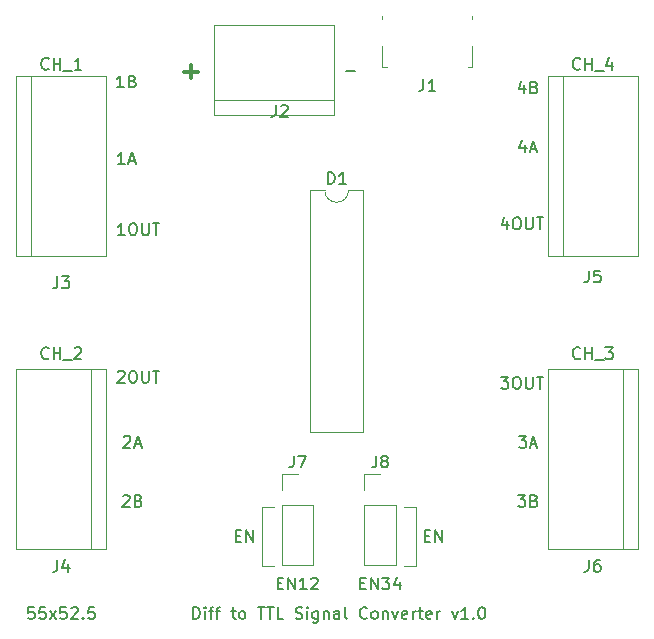
<source format=gbr>
G04 #@! TF.GenerationSoftware,KiCad,Pcbnew,(5.1.4-0)*
G04 #@! TF.CreationDate,2020-03-02T15:49:52+03:00*
G04 #@! TF.ProjectId,Diff2TTL,44696666-3254-4544-9c2e-6b696361645f,rev?*
G04 #@! TF.SameCoordinates,Original*
G04 #@! TF.FileFunction,Legend,Top*
G04 #@! TF.FilePolarity,Positive*
%FSLAX46Y46*%
G04 Gerber Fmt 4.6, Leading zero omitted, Abs format (unit mm)*
G04 Created by KiCad (PCBNEW (5.1.4-0)) date 2020-03-02 15:49:52*
%MOMM*%
%LPD*%
G04 APERTURE LIST*
%ADD10C,0.150000*%
%ADD11C,0.120000*%
%ADD12C,0.300000*%
G04 APERTURE END LIST*
D10*
X92690476Y-92452380D02*
X92214285Y-92452380D01*
X92166666Y-92928571D01*
X92214285Y-92880952D01*
X92309523Y-92833333D01*
X92547619Y-92833333D01*
X92642857Y-92880952D01*
X92690476Y-92928571D01*
X92738095Y-93023809D01*
X92738095Y-93261904D01*
X92690476Y-93357142D01*
X92642857Y-93404761D01*
X92547619Y-93452380D01*
X92309523Y-93452380D01*
X92214285Y-93404761D01*
X92166666Y-93357142D01*
X93642857Y-92452380D02*
X93166666Y-92452380D01*
X93119047Y-92928571D01*
X93166666Y-92880952D01*
X93261904Y-92833333D01*
X93500000Y-92833333D01*
X93595238Y-92880952D01*
X93642857Y-92928571D01*
X93690476Y-93023809D01*
X93690476Y-93261904D01*
X93642857Y-93357142D01*
X93595238Y-93404761D01*
X93500000Y-93452380D01*
X93261904Y-93452380D01*
X93166666Y-93404761D01*
X93119047Y-93357142D01*
X94023809Y-93452380D02*
X94547619Y-92785714D01*
X94023809Y-92785714D02*
X94547619Y-93452380D01*
X95404761Y-92452380D02*
X94928571Y-92452380D01*
X94880952Y-92928571D01*
X94928571Y-92880952D01*
X95023809Y-92833333D01*
X95261904Y-92833333D01*
X95357142Y-92880952D01*
X95404761Y-92928571D01*
X95452380Y-93023809D01*
X95452380Y-93261904D01*
X95404761Y-93357142D01*
X95357142Y-93404761D01*
X95261904Y-93452380D01*
X95023809Y-93452380D01*
X94928571Y-93404761D01*
X94880952Y-93357142D01*
X95833333Y-92547619D02*
X95880952Y-92500000D01*
X95976190Y-92452380D01*
X96214285Y-92452380D01*
X96309523Y-92500000D01*
X96357142Y-92547619D01*
X96404761Y-92642857D01*
X96404761Y-92738095D01*
X96357142Y-92880952D01*
X95785714Y-93452380D01*
X96404761Y-93452380D01*
X96833333Y-93357142D02*
X96880952Y-93404761D01*
X96833333Y-93452380D01*
X96785714Y-93404761D01*
X96833333Y-93357142D01*
X96833333Y-93452380D01*
X97785714Y-92452380D02*
X97309523Y-92452380D01*
X97261904Y-92928571D01*
X97309523Y-92880952D01*
X97404761Y-92833333D01*
X97642857Y-92833333D01*
X97738095Y-92880952D01*
X97785714Y-92928571D01*
X97833333Y-93023809D01*
X97833333Y-93261904D01*
X97785714Y-93357142D01*
X97738095Y-93404761D01*
X97642857Y-93452380D01*
X97404761Y-93452380D01*
X97309523Y-93404761D01*
X97261904Y-93357142D01*
X132761904Y-59785714D02*
X132761904Y-60452380D01*
X132523809Y-59404761D02*
X132285714Y-60119047D01*
X132904761Y-60119047D01*
X133476190Y-59452380D02*
X133666666Y-59452380D01*
X133761904Y-59500000D01*
X133857142Y-59595238D01*
X133904761Y-59785714D01*
X133904761Y-60119047D01*
X133857142Y-60309523D01*
X133761904Y-60404761D01*
X133666666Y-60452380D01*
X133476190Y-60452380D01*
X133380952Y-60404761D01*
X133285714Y-60309523D01*
X133238095Y-60119047D01*
X133238095Y-59785714D01*
X133285714Y-59595238D01*
X133380952Y-59500000D01*
X133476190Y-59452380D01*
X134333333Y-59452380D02*
X134333333Y-60261904D01*
X134380952Y-60357142D01*
X134428571Y-60404761D01*
X134523809Y-60452380D01*
X134714285Y-60452380D01*
X134809523Y-60404761D01*
X134857142Y-60357142D01*
X134904761Y-60261904D01*
X134904761Y-59452380D01*
X135238095Y-59452380D02*
X135809523Y-59452380D01*
X135523809Y-60452380D02*
X135523809Y-59452380D01*
X134261904Y-53285714D02*
X134261904Y-53952380D01*
X134023809Y-52904761D02*
X133785714Y-53619047D01*
X134404761Y-53619047D01*
X134738095Y-53666666D02*
X135214285Y-53666666D01*
X134642857Y-53952380D02*
X134976190Y-52952380D01*
X135309523Y-53952380D01*
X134190476Y-48285714D02*
X134190476Y-48952380D01*
X133952380Y-47904761D02*
X133714285Y-48619047D01*
X134333333Y-48619047D01*
X135047619Y-48428571D02*
X135190476Y-48476190D01*
X135238095Y-48523809D01*
X135285714Y-48619047D01*
X135285714Y-48761904D01*
X135238095Y-48857142D01*
X135190476Y-48904761D01*
X135095238Y-48952380D01*
X134714285Y-48952380D01*
X134714285Y-47952380D01*
X135047619Y-47952380D01*
X135142857Y-48000000D01*
X135190476Y-48047619D01*
X135238095Y-48142857D01*
X135238095Y-48238095D01*
X135190476Y-48333333D01*
X135142857Y-48380952D01*
X135047619Y-48428571D01*
X134714285Y-48428571D01*
X132238095Y-72952380D02*
X132857142Y-72952380D01*
X132523809Y-73333333D01*
X132666666Y-73333333D01*
X132761904Y-73380952D01*
X132809523Y-73428571D01*
X132857142Y-73523809D01*
X132857142Y-73761904D01*
X132809523Y-73857142D01*
X132761904Y-73904761D01*
X132666666Y-73952380D01*
X132380952Y-73952380D01*
X132285714Y-73904761D01*
X132238095Y-73857142D01*
X133476190Y-72952380D02*
X133666666Y-72952380D01*
X133761904Y-73000000D01*
X133857142Y-73095238D01*
X133904761Y-73285714D01*
X133904761Y-73619047D01*
X133857142Y-73809523D01*
X133761904Y-73904761D01*
X133666666Y-73952380D01*
X133476190Y-73952380D01*
X133380952Y-73904761D01*
X133285714Y-73809523D01*
X133238095Y-73619047D01*
X133238095Y-73285714D01*
X133285714Y-73095238D01*
X133380952Y-73000000D01*
X133476190Y-72952380D01*
X134333333Y-72952380D02*
X134333333Y-73761904D01*
X134380952Y-73857142D01*
X134428571Y-73904761D01*
X134523809Y-73952380D01*
X134714285Y-73952380D01*
X134809523Y-73904761D01*
X134857142Y-73857142D01*
X134904761Y-73761904D01*
X134904761Y-72952380D01*
X135238095Y-72952380D02*
X135809523Y-72952380D01*
X135523809Y-73952380D02*
X135523809Y-72952380D01*
X133738095Y-77952380D02*
X134357142Y-77952380D01*
X134023809Y-78333333D01*
X134166666Y-78333333D01*
X134261904Y-78380952D01*
X134309523Y-78428571D01*
X134357142Y-78523809D01*
X134357142Y-78761904D01*
X134309523Y-78857142D01*
X134261904Y-78904761D01*
X134166666Y-78952380D01*
X133880952Y-78952380D01*
X133785714Y-78904761D01*
X133738095Y-78857142D01*
X134738095Y-78666666D02*
X135214285Y-78666666D01*
X134642857Y-78952380D02*
X134976190Y-77952380D01*
X135309523Y-78952380D01*
X133666666Y-82952380D02*
X134285714Y-82952380D01*
X133952380Y-83333333D01*
X134095238Y-83333333D01*
X134190476Y-83380952D01*
X134238095Y-83428571D01*
X134285714Y-83523809D01*
X134285714Y-83761904D01*
X134238095Y-83857142D01*
X134190476Y-83904761D01*
X134095238Y-83952380D01*
X133809523Y-83952380D01*
X133714285Y-83904761D01*
X133666666Y-83857142D01*
X135047619Y-83428571D02*
X135190476Y-83476190D01*
X135238095Y-83523809D01*
X135285714Y-83619047D01*
X135285714Y-83761904D01*
X135238095Y-83857142D01*
X135190476Y-83904761D01*
X135095238Y-83952380D01*
X134714285Y-83952380D01*
X134714285Y-82952380D01*
X135047619Y-82952380D01*
X135142857Y-83000000D01*
X135190476Y-83047619D01*
X135238095Y-83142857D01*
X135238095Y-83238095D01*
X135190476Y-83333333D01*
X135142857Y-83380952D01*
X135047619Y-83428571D01*
X134714285Y-83428571D01*
X99785714Y-72547619D02*
X99833333Y-72500000D01*
X99928571Y-72452380D01*
X100166666Y-72452380D01*
X100261904Y-72500000D01*
X100309523Y-72547619D01*
X100357142Y-72642857D01*
X100357142Y-72738095D01*
X100309523Y-72880952D01*
X99738095Y-73452380D01*
X100357142Y-73452380D01*
X100976190Y-72452380D02*
X101166666Y-72452380D01*
X101261904Y-72500000D01*
X101357142Y-72595238D01*
X101404761Y-72785714D01*
X101404761Y-73119047D01*
X101357142Y-73309523D01*
X101261904Y-73404761D01*
X101166666Y-73452380D01*
X100976190Y-73452380D01*
X100880952Y-73404761D01*
X100785714Y-73309523D01*
X100738095Y-73119047D01*
X100738095Y-72785714D01*
X100785714Y-72595238D01*
X100880952Y-72500000D01*
X100976190Y-72452380D01*
X101833333Y-72452380D02*
X101833333Y-73261904D01*
X101880952Y-73357142D01*
X101928571Y-73404761D01*
X102023809Y-73452380D01*
X102214285Y-73452380D01*
X102309523Y-73404761D01*
X102357142Y-73357142D01*
X102404761Y-73261904D01*
X102404761Y-72452380D01*
X102738095Y-72452380D02*
X103309523Y-72452380D01*
X103023809Y-73452380D02*
X103023809Y-72452380D01*
X100285714Y-78047619D02*
X100333333Y-78000000D01*
X100428571Y-77952380D01*
X100666666Y-77952380D01*
X100761904Y-78000000D01*
X100809523Y-78047619D01*
X100857142Y-78142857D01*
X100857142Y-78238095D01*
X100809523Y-78380952D01*
X100238095Y-78952380D01*
X100857142Y-78952380D01*
X101238095Y-78666666D02*
X101714285Y-78666666D01*
X101142857Y-78952380D02*
X101476190Y-77952380D01*
X101809523Y-78952380D01*
X100214285Y-83047619D02*
X100261904Y-83000000D01*
X100357142Y-82952380D01*
X100595238Y-82952380D01*
X100690476Y-83000000D01*
X100738095Y-83047619D01*
X100785714Y-83142857D01*
X100785714Y-83238095D01*
X100738095Y-83380952D01*
X100166666Y-83952380D01*
X100785714Y-83952380D01*
X101547619Y-83428571D02*
X101690476Y-83476190D01*
X101738095Y-83523809D01*
X101785714Y-83619047D01*
X101785714Y-83761904D01*
X101738095Y-83857142D01*
X101690476Y-83904761D01*
X101595238Y-83952380D01*
X101214285Y-83952380D01*
X101214285Y-82952380D01*
X101547619Y-82952380D01*
X101642857Y-83000000D01*
X101690476Y-83047619D01*
X101738095Y-83142857D01*
X101738095Y-83238095D01*
X101690476Y-83333333D01*
X101642857Y-83380952D01*
X101547619Y-83428571D01*
X101214285Y-83428571D01*
X100357142Y-60952380D02*
X99785714Y-60952380D01*
X100071428Y-60952380D02*
X100071428Y-59952380D01*
X99976190Y-60095238D01*
X99880952Y-60190476D01*
X99785714Y-60238095D01*
X100976190Y-59952380D02*
X101166666Y-59952380D01*
X101261904Y-60000000D01*
X101357142Y-60095238D01*
X101404761Y-60285714D01*
X101404761Y-60619047D01*
X101357142Y-60809523D01*
X101261904Y-60904761D01*
X101166666Y-60952380D01*
X100976190Y-60952380D01*
X100880952Y-60904761D01*
X100785714Y-60809523D01*
X100738095Y-60619047D01*
X100738095Y-60285714D01*
X100785714Y-60095238D01*
X100880952Y-60000000D01*
X100976190Y-59952380D01*
X101833333Y-59952380D02*
X101833333Y-60761904D01*
X101880952Y-60857142D01*
X101928571Y-60904761D01*
X102023809Y-60952380D01*
X102214285Y-60952380D01*
X102309523Y-60904761D01*
X102357142Y-60857142D01*
X102404761Y-60761904D01*
X102404761Y-59952380D01*
X102738095Y-59952380D02*
X103309523Y-59952380D01*
X103023809Y-60952380D02*
X103023809Y-59952380D01*
X100285714Y-48452380D02*
X99714285Y-48452380D01*
X100000000Y-48452380D02*
X100000000Y-47452380D01*
X99904761Y-47595238D01*
X99809523Y-47690476D01*
X99714285Y-47738095D01*
X101047619Y-47928571D02*
X101190476Y-47976190D01*
X101238095Y-48023809D01*
X101285714Y-48119047D01*
X101285714Y-48261904D01*
X101238095Y-48357142D01*
X101190476Y-48404761D01*
X101095238Y-48452380D01*
X100714285Y-48452380D01*
X100714285Y-47452380D01*
X101047619Y-47452380D01*
X101142857Y-47500000D01*
X101190476Y-47547619D01*
X101238095Y-47642857D01*
X101238095Y-47738095D01*
X101190476Y-47833333D01*
X101142857Y-47880952D01*
X101047619Y-47928571D01*
X100714285Y-47928571D01*
X100357142Y-54952380D02*
X99785714Y-54952380D01*
X100071428Y-54952380D02*
X100071428Y-53952380D01*
X99976190Y-54095238D01*
X99880952Y-54190476D01*
X99785714Y-54238095D01*
X100738095Y-54666666D02*
X101214285Y-54666666D01*
X100642857Y-54952380D02*
X100976190Y-53952380D01*
X101309523Y-54952380D01*
X106166666Y-93452380D02*
X106166666Y-92452380D01*
X106404761Y-92452380D01*
X106547619Y-92500000D01*
X106642857Y-92595238D01*
X106690476Y-92690476D01*
X106738095Y-92880952D01*
X106738095Y-93023809D01*
X106690476Y-93214285D01*
X106642857Y-93309523D01*
X106547619Y-93404761D01*
X106404761Y-93452380D01*
X106166666Y-93452380D01*
X107166666Y-93452380D02*
X107166666Y-92785714D01*
X107166666Y-92452380D02*
X107119047Y-92500000D01*
X107166666Y-92547619D01*
X107214285Y-92500000D01*
X107166666Y-92452380D01*
X107166666Y-92547619D01*
X107500000Y-92785714D02*
X107880952Y-92785714D01*
X107642857Y-93452380D02*
X107642857Y-92595238D01*
X107690476Y-92500000D01*
X107785714Y-92452380D01*
X107880952Y-92452380D01*
X108071428Y-92785714D02*
X108452380Y-92785714D01*
X108214285Y-93452380D02*
X108214285Y-92595238D01*
X108261904Y-92500000D01*
X108357142Y-92452380D01*
X108452380Y-92452380D01*
X109404761Y-92785714D02*
X109785714Y-92785714D01*
X109547619Y-92452380D02*
X109547619Y-93309523D01*
X109595238Y-93404761D01*
X109690476Y-93452380D01*
X109785714Y-93452380D01*
X110261904Y-93452380D02*
X110166666Y-93404761D01*
X110119047Y-93357142D01*
X110071428Y-93261904D01*
X110071428Y-92976190D01*
X110119047Y-92880952D01*
X110166666Y-92833333D01*
X110261904Y-92785714D01*
X110404761Y-92785714D01*
X110500000Y-92833333D01*
X110547619Y-92880952D01*
X110595238Y-92976190D01*
X110595238Y-93261904D01*
X110547619Y-93357142D01*
X110500000Y-93404761D01*
X110404761Y-93452380D01*
X110261904Y-93452380D01*
X111642857Y-92452380D02*
X112214285Y-92452380D01*
X111928571Y-93452380D02*
X111928571Y-92452380D01*
X112404761Y-92452380D02*
X112976190Y-92452380D01*
X112690476Y-93452380D02*
X112690476Y-92452380D01*
X113785714Y-93452380D02*
X113309523Y-93452380D01*
X113309523Y-92452380D01*
X114833333Y-93404761D02*
X114976190Y-93452380D01*
X115214285Y-93452380D01*
X115309523Y-93404761D01*
X115357142Y-93357142D01*
X115404761Y-93261904D01*
X115404761Y-93166666D01*
X115357142Y-93071428D01*
X115309523Y-93023809D01*
X115214285Y-92976190D01*
X115023809Y-92928571D01*
X114928571Y-92880952D01*
X114880952Y-92833333D01*
X114833333Y-92738095D01*
X114833333Y-92642857D01*
X114880952Y-92547619D01*
X114928571Y-92500000D01*
X115023809Y-92452380D01*
X115261904Y-92452380D01*
X115404761Y-92500000D01*
X115833333Y-93452380D02*
X115833333Y-92785714D01*
X115833333Y-92452380D02*
X115785714Y-92500000D01*
X115833333Y-92547619D01*
X115880952Y-92500000D01*
X115833333Y-92452380D01*
X115833333Y-92547619D01*
X116738095Y-92785714D02*
X116738095Y-93595238D01*
X116690476Y-93690476D01*
X116642857Y-93738095D01*
X116547619Y-93785714D01*
X116404761Y-93785714D01*
X116309523Y-93738095D01*
X116738095Y-93404761D02*
X116642857Y-93452380D01*
X116452380Y-93452380D01*
X116357142Y-93404761D01*
X116309523Y-93357142D01*
X116261904Y-93261904D01*
X116261904Y-92976190D01*
X116309523Y-92880952D01*
X116357142Y-92833333D01*
X116452380Y-92785714D01*
X116642857Y-92785714D01*
X116738095Y-92833333D01*
X117214285Y-92785714D02*
X117214285Y-93452380D01*
X117214285Y-92880952D02*
X117261904Y-92833333D01*
X117357142Y-92785714D01*
X117500000Y-92785714D01*
X117595238Y-92833333D01*
X117642857Y-92928571D01*
X117642857Y-93452380D01*
X118547619Y-93452380D02*
X118547619Y-92928571D01*
X118500000Y-92833333D01*
X118404761Y-92785714D01*
X118214285Y-92785714D01*
X118119047Y-92833333D01*
X118547619Y-93404761D02*
X118452380Y-93452380D01*
X118214285Y-93452380D01*
X118119047Y-93404761D01*
X118071428Y-93309523D01*
X118071428Y-93214285D01*
X118119047Y-93119047D01*
X118214285Y-93071428D01*
X118452380Y-93071428D01*
X118547619Y-93023809D01*
X119166666Y-93452380D02*
X119071428Y-93404761D01*
X119023809Y-93309523D01*
X119023809Y-92452380D01*
X120880952Y-93357142D02*
X120833333Y-93404761D01*
X120690476Y-93452380D01*
X120595238Y-93452380D01*
X120452380Y-93404761D01*
X120357142Y-93309523D01*
X120309523Y-93214285D01*
X120261904Y-93023809D01*
X120261904Y-92880952D01*
X120309523Y-92690476D01*
X120357142Y-92595238D01*
X120452380Y-92500000D01*
X120595238Y-92452380D01*
X120690476Y-92452380D01*
X120833333Y-92500000D01*
X120880952Y-92547619D01*
X121452380Y-93452380D02*
X121357142Y-93404761D01*
X121309523Y-93357142D01*
X121261904Y-93261904D01*
X121261904Y-92976190D01*
X121309523Y-92880952D01*
X121357142Y-92833333D01*
X121452380Y-92785714D01*
X121595238Y-92785714D01*
X121690476Y-92833333D01*
X121738095Y-92880952D01*
X121785714Y-92976190D01*
X121785714Y-93261904D01*
X121738095Y-93357142D01*
X121690476Y-93404761D01*
X121595238Y-93452380D01*
X121452380Y-93452380D01*
X122214285Y-92785714D02*
X122214285Y-93452380D01*
X122214285Y-92880952D02*
X122261904Y-92833333D01*
X122357142Y-92785714D01*
X122500000Y-92785714D01*
X122595238Y-92833333D01*
X122642857Y-92928571D01*
X122642857Y-93452380D01*
X123023809Y-92785714D02*
X123261904Y-93452380D01*
X123500000Y-92785714D01*
X124261904Y-93404761D02*
X124166666Y-93452380D01*
X123976190Y-93452380D01*
X123880952Y-93404761D01*
X123833333Y-93309523D01*
X123833333Y-92928571D01*
X123880952Y-92833333D01*
X123976190Y-92785714D01*
X124166666Y-92785714D01*
X124261904Y-92833333D01*
X124309523Y-92928571D01*
X124309523Y-93023809D01*
X123833333Y-93119047D01*
X124738095Y-93452380D02*
X124738095Y-92785714D01*
X124738095Y-92976190D02*
X124785714Y-92880952D01*
X124833333Y-92833333D01*
X124928571Y-92785714D01*
X125023809Y-92785714D01*
X125214285Y-92785714D02*
X125595238Y-92785714D01*
X125357142Y-92452380D02*
X125357142Y-93309523D01*
X125404761Y-93404761D01*
X125500000Y-93452380D01*
X125595238Y-93452380D01*
X126309523Y-93404761D02*
X126214285Y-93452380D01*
X126023809Y-93452380D01*
X125928571Y-93404761D01*
X125880952Y-93309523D01*
X125880952Y-92928571D01*
X125928571Y-92833333D01*
X126023809Y-92785714D01*
X126214285Y-92785714D01*
X126309523Y-92833333D01*
X126357142Y-92928571D01*
X126357142Y-93023809D01*
X125880952Y-93119047D01*
X126785714Y-93452380D02*
X126785714Y-92785714D01*
X126785714Y-92976190D02*
X126833333Y-92880952D01*
X126880952Y-92833333D01*
X126976190Y-92785714D01*
X127071428Y-92785714D01*
X128071428Y-92785714D02*
X128309523Y-93452380D01*
X128547619Y-92785714D01*
X129452380Y-93452380D02*
X128880952Y-93452380D01*
X129166666Y-93452380D02*
X129166666Y-92452380D01*
X129071428Y-92595238D01*
X128976190Y-92690476D01*
X128880952Y-92738095D01*
X129880952Y-93357142D02*
X129928571Y-93404761D01*
X129880952Y-93452380D01*
X129833333Y-93404761D01*
X129880952Y-93357142D01*
X129880952Y-93452380D01*
X130547619Y-92452380D02*
X130642857Y-92452380D01*
X130738095Y-92500000D01*
X130785714Y-92547619D01*
X130833333Y-92642857D01*
X130880952Y-92833333D01*
X130880952Y-93071428D01*
X130833333Y-93261904D01*
X130785714Y-93357142D01*
X130738095Y-93404761D01*
X130642857Y-93452380D01*
X130547619Y-93452380D01*
X130452380Y-93404761D01*
X130404761Y-93357142D01*
X130357142Y-93261904D01*
X130309523Y-93071428D01*
X130309523Y-92833333D01*
X130357142Y-92642857D01*
X130404761Y-92547619D01*
X130452380Y-92500000D01*
X130547619Y-92452380D01*
X125761904Y-86428571D02*
X126095238Y-86428571D01*
X126238095Y-86952380D02*
X125761904Y-86952380D01*
X125761904Y-85952380D01*
X126238095Y-85952380D01*
X126666666Y-86952380D02*
X126666666Y-85952380D01*
X127238095Y-86952380D01*
X127238095Y-85952380D01*
X109761904Y-86428571D02*
X110095238Y-86428571D01*
X110238095Y-86952380D02*
X109761904Y-86952380D01*
X109761904Y-85952380D01*
X110238095Y-85952380D01*
X110666666Y-86952380D02*
X110666666Y-85952380D01*
X111238095Y-86952380D01*
X111238095Y-85952380D01*
D11*
X125000000Y-89000000D02*
X124000000Y-89000000D01*
X125000000Y-84000000D02*
X125000000Y-89000000D01*
X124000000Y-84000000D02*
X125000000Y-84000000D01*
X112000000Y-89000000D02*
X113000000Y-89000000D01*
X112000000Y-84000000D02*
X112000000Y-89000000D01*
X113000000Y-84000000D02*
X112000000Y-84000000D01*
D10*
X120309523Y-90428571D02*
X120642857Y-90428571D01*
X120785714Y-90952380D02*
X120309523Y-90952380D01*
X120309523Y-89952380D01*
X120785714Y-89952380D01*
X121214285Y-90952380D02*
X121214285Y-89952380D01*
X121785714Y-90952380D01*
X121785714Y-89952380D01*
X122166666Y-89952380D02*
X122785714Y-89952380D01*
X122452380Y-90333333D01*
X122595238Y-90333333D01*
X122690476Y-90380952D01*
X122738095Y-90428571D01*
X122785714Y-90523809D01*
X122785714Y-90761904D01*
X122738095Y-90857142D01*
X122690476Y-90904761D01*
X122595238Y-90952380D01*
X122309523Y-90952380D01*
X122214285Y-90904761D01*
X122166666Y-90857142D01*
X123642857Y-90285714D02*
X123642857Y-90952380D01*
X123404761Y-89904761D02*
X123166666Y-90619047D01*
X123785714Y-90619047D01*
X113309523Y-90428571D02*
X113642857Y-90428571D01*
X113785714Y-90952380D02*
X113309523Y-90952380D01*
X113309523Y-89952380D01*
X113785714Y-89952380D01*
X114214285Y-90952380D02*
X114214285Y-89952380D01*
X114785714Y-90952380D01*
X114785714Y-89952380D01*
X115785714Y-90952380D02*
X115214285Y-90952380D01*
X115500000Y-90952380D02*
X115500000Y-89952380D01*
X115404761Y-90095238D01*
X115309523Y-90190476D01*
X115214285Y-90238095D01*
X116166666Y-90047619D02*
X116214285Y-90000000D01*
X116309523Y-89952380D01*
X116547619Y-89952380D01*
X116642857Y-90000000D01*
X116690476Y-90047619D01*
X116738095Y-90142857D01*
X116738095Y-90238095D01*
X116690476Y-90380952D01*
X116119047Y-90952380D01*
X116738095Y-90952380D01*
X138928571Y-71357142D02*
X138880952Y-71404761D01*
X138738095Y-71452380D01*
X138642857Y-71452380D01*
X138500000Y-71404761D01*
X138404761Y-71309523D01*
X138357142Y-71214285D01*
X138309523Y-71023809D01*
X138309523Y-70880952D01*
X138357142Y-70690476D01*
X138404761Y-70595238D01*
X138500000Y-70500000D01*
X138642857Y-70452380D01*
X138738095Y-70452380D01*
X138880952Y-70500000D01*
X138928571Y-70547619D01*
X139357142Y-71452380D02*
X139357142Y-70452380D01*
X139357142Y-70928571D02*
X139928571Y-70928571D01*
X139928571Y-71452380D02*
X139928571Y-70452380D01*
X140166666Y-71547619D02*
X140928571Y-71547619D01*
X141071428Y-70452380D02*
X141690476Y-70452380D01*
X141357142Y-70833333D01*
X141500000Y-70833333D01*
X141595238Y-70880952D01*
X141642857Y-70928571D01*
X141690476Y-71023809D01*
X141690476Y-71261904D01*
X141642857Y-71357142D01*
X141595238Y-71404761D01*
X141500000Y-71452380D01*
X141214285Y-71452380D01*
X141119047Y-71404761D01*
X141071428Y-71357142D01*
X138928571Y-46857142D02*
X138880952Y-46904761D01*
X138738095Y-46952380D01*
X138642857Y-46952380D01*
X138500000Y-46904761D01*
X138404761Y-46809523D01*
X138357142Y-46714285D01*
X138309523Y-46523809D01*
X138309523Y-46380952D01*
X138357142Y-46190476D01*
X138404761Y-46095238D01*
X138500000Y-46000000D01*
X138642857Y-45952380D01*
X138738095Y-45952380D01*
X138880952Y-46000000D01*
X138928571Y-46047619D01*
X139357142Y-46952380D02*
X139357142Y-45952380D01*
X139357142Y-46428571D02*
X139928571Y-46428571D01*
X139928571Y-46952380D02*
X139928571Y-45952380D01*
X140166666Y-47047619D02*
X140928571Y-47047619D01*
X141595238Y-46285714D02*
X141595238Y-46952380D01*
X141357142Y-45904761D02*
X141119047Y-46619047D01*
X141738095Y-46619047D01*
X93928571Y-71357142D02*
X93880952Y-71404761D01*
X93738095Y-71452380D01*
X93642857Y-71452380D01*
X93500000Y-71404761D01*
X93404761Y-71309523D01*
X93357142Y-71214285D01*
X93309523Y-71023809D01*
X93309523Y-70880952D01*
X93357142Y-70690476D01*
X93404761Y-70595238D01*
X93500000Y-70500000D01*
X93642857Y-70452380D01*
X93738095Y-70452380D01*
X93880952Y-70500000D01*
X93928571Y-70547619D01*
X94357142Y-71452380D02*
X94357142Y-70452380D01*
X94357142Y-70928571D02*
X94928571Y-70928571D01*
X94928571Y-71452380D02*
X94928571Y-70452380D01*
X95166666Y-71547619D02*
X95928571Y-71547619D01*
X96119047Y-70547619D02*
X96166666Y-70500000D01*
X96261904Y-70452380D01*
X96500000Y-70452380D01*
X96595238Y-70500000D01*
X96642857Y-70547619D01*
X96690476Y-70642857D01*
X96690476Y-70738095D01*
X96642857Y-70880952D01*
X96071428Y-71452380D01*
X96690476Y-71452380D01*
X93928571Y-46857142D02*
X93880952Y-46904761D01*
X93738095Y-46952380D01*
X93642857Y-46952380D01*
X93500000Y-46904761D01*
X93404761Y-46809523D01*
X93357142Y-46714285D01*
X93309523Y-46523809D01*
X93309523Y-46380952D01*
X93357142Y-46190476D01*
X93404761Y-46095238D01*
X93500000Y-46000000D01*
X93642857Y-45952380D01*
X93738095Y-45952380D01*
X93880952Y-46000000D01*
X93928571Y-46047619D01*
X94357142Y-46952380D02*
X94357142Y-45952380D01*
X94357142Y-46428571D02*
X94928571Y-46428571D01*
X94928571Y-46952380D02*
X94928571Y-45952380D01*
X95166666Y-47047619D02*
X95928571Y-47047619D01*
X96690476Y-46952380D02*
X96119047Y-46952380D01*
X96404761Y-46952380D02*
X96404761Y-45952380D01*
X96309523Y-46095238D01*
X96214285Y-46190476D01*
X96119047Y-46238095D01*
X119119047Y-47071428D02*
X119880952Y-47071428D01*
D12*
X105428571Y-47107142D02*
X106571428Y-47107142D01*
X106000000Y-47678571D02*
X106000000Y-46535714D01*
D11*
X120670000Y-81170000D02*
X122000000Y-81170000D01*
X120670000Y-82500000D02*
X120670000Y-81170000D01*
X120670000Y-83770000D02*
X123330000Y-83770000D01*
X123330000Y-83770000D02*
X123330000Y-88910000D01*
X120670000Y-83770000D02*
X120670000Y-88910000D01*
X120670000Y-88910000D02*
X123330000Y-88910000D01*
X113670000Y-81170000D02*
X115000000Y-81170000D01*
X113670000Y-82500000D02*
X113670000Y-81170000D01*
X113670000Y-83770000D02*
X116330000Y-83770000D01*
X116330000Y-83770000D02*
X116330000Y-88910000D01*
X113670000Y-83770000D02*
X113670000Y-88910000D01*
X113670000Y-88910000D02*
X116330000Y-88910000D01*
X143810000Y-87540000D02*
X143810000Y-72300000D01*
X136190000Y-87540000D02*
X136190000Y-72300000D01*
X142540000Y-87540000D02*
X142540000Y-72300000D01*
X143810000Y-72300000D02*
X136190000Y-72300000D01*
X143810000Y-87540000D02*
X136190000Y-87540000D01*
X136190000Y-47460000D02*
X136190000Y-62700000D01*
X143810000Y-47460000D02*
X143810000Y-62700000D01*
X137460000Y-47460000D02*
X137460000Y-62700000D01*
X136190000Y-62700000D02*
X143810000Y-62700000D01*
X136190000Y-47460000D02*
X143810000Y-47460000D01*
X98810000Y-87540000D02*
X98810000Y-72300000D01*
X91190000Y-87540000D02*
X91190000Y-72300000D01*
X97540000Y-87540000D02*
X97540000Y-72300000D01*
X98810000Y-72300000D02*
X91190000Y-72300000D01*
X98810000Y-87540000D02*
X91190000Y-87540000D01*
X91190000Y-47460000D02*
X91190000Y-62700000D01*
X98810000Y-47460000D02*
X98810000Y-62700000D01*
X92460000Y-47460000D02*
X92460000Y-62700000D01*
X91190000Y-62700000D02*
X98810000Y-62700000D01*
X91190000Y-47460000D02*
X98810000Y-47460000D01*
X107960000Y-50810000D02*
X118120000Y-50810000D01*
X107960000Y-43190000D02*
X107960000Y-50810000D01*
X118120000Y-43190000D02*
X107960000Y-43190000D01*
X118120000Y-50810000D02*
X118120000Y-43190000D01*
X118120000Y-49540000D02*
X107960000Y-49540000D01*
X129810000Y-42400000D02*
X129810000Y-42660000D01*
X129810000Y-44940000D02*
X129810000Y-46710000D01*
X129810000Y-46710000D02*
X129430000Y-46710000D01*
X122190000Y-46710000D02*
X122190000Y-44940000D01*
X122190000Y-42660000D02*
X122190000Y-42400000D01*
X122190000Y-46710000D02*
X122570000Y-46710000D01*
X120560000Y-57170000D02*
X119310000Y-57170000D01*
X120560000Y-77610000D02*
X120560000Y-57170000D01*
X116060000Y-77610000D02*
X120560000Y-77610000D01*
X116060000Y-57170000D02*
X116060000Y-77610000D01*
X117310000Y-57170000D02*
X116060000Y-57170000D01*
X119310000Y-57170000D02*
G75*
G02X117310000Y-57170000I-1000000J0D01*
G01*
D10*
X121666666Y-79622380D02*
X121666666Y-80336666D01*
X121619047Y-80479523D01*
X121523809Y-80574761D01*
X121380952Y-80622380D01*
X121285714Y-80622380D01*
X122285714Y-80050952D02*
X122190476Y-80003333D01*
X122142857Y-79955714D01*
X122095238Y-79860476D01*
X122095238Y-79812857D01*
X122142857Y-79717619D01*
X122190476Y-79670000D01*
X122285714Y-79622380D01*
X122476190Y-79622380D01*
X122571428Y-79670000D01*
X122619047Y-79717619D01*
X122666666Y-79812857D01*
X122666666Y-79860476D01*
X122619047Y-79955714D01*
X122571428Y-80003333D01*
X122476190Y-80050952D01*
X122285714Y-80050952D01*
X122190476Y-80098571D01*
X122142857Y-80146190D01*
X122095238Y-80241428D01*
X122095238Y-80431904D01*
X122142857Y-80527142D01*
X122190476Y-80574761D01*
X122285714Y-80622380D01*
X122476190Y-80622380D01*
X122571428Y-80574761D01*
X122619047Y-80527142D01*
X122666666Y-80431904D01*
X122666666Y-80241428D01*
X122619047Y-80146190D01*
X122571428Y-80098571D01*
X122476190Y-80050952D01*
X114666666Y-79622380D02*
X114666666Y-80336666D01*
X114619047Y-80479523D01*
X114523809Y-80574761D01*
X114380952Y-80622380D01*
X114285714Y-80622380D01*
X115047619Y-79622380D02*
X115714285Y-79622380D01*
X115285714Y-80622380D01*
X139666666Y-88452380D02*
X139666666Y-89166666D01*
X139619047Y-89309523D01*
X139523809Y-89404761D01*
X139380952Y-89452380D01*
X139285714Y-89452380D01*
X140571428Y-88452380D02*
X140380952Y-88452380D01*
X140285714Y-88500000D01*
X140238095Y-88547619D01*
X140142857Y-88690476D01*
X140095238Y-88880952D01*
X140095238Y-89261904D01*
X140142857Y-89357142D01*
X140190476Y-89404761D01*
X140285714Y-89452380D01*
X140476190Y-89452380D01*
X140571428Y-89404761D01*
X140619047Y-89357142D01*
X140666666Y-89261904D01*
X140666666Y-89023809D01*
X140619047Y-88928571D01*
X140571428Y-88880952D01*
X140476190Y-88833333D01*
X140285714Y-88833333D01*
X140190476Y-88880952D01*
X140142857Y-88928571D01*
X140095238Y-89023809D01*
X139666666Y-63952380D02*
X139666666Y-64666666D01*
X139619047Y-64809523D01*
X139523809Y-64904761D01*
X139380952Y-64952380D01*
X139285714Y-64952380D01*
X140619047Y-63952380D02*
X140142857Y-63952380D01*
X140095238Y-64428571D01*
X140142857Y-64380952D01*
X140238095Y-64333333D01*
X140476190Y-64333333D01*
X140571428Y-64380952D01*
X140619047Y-64428571D01*
X140666666Y-64523809D01*
X140666666Y-64761904D01*
X140619047Y-64857142D01*
X140571428Y-64904761D01*
X140476190Y-64952380D01*
X140238095Y-64952380D01*
X140142857Y-64904761D01*
X140095238Y-64857142D01*
X94666666Y-88452380D02*
X94666666Y-89166666D01*
X94619047Y-89309523D01*
X94523809Y-89404761D01*
X94380952Y-89452380D01*
X94285714Y-89452380D01*
X95571428Y-88785714D02*
X95571428Y-89452380D01*
X95333333Y-88404761D02*
X95095238Y-89119047D01*
X95714285Y-89119047D01*
X94666666Y-64452380D02*
X94666666Y-65166666D01*
X94619047Y-65309523D01*
X94523809Y-65404761D01*
X94380952Y-65452380D01*
X94285714Y-65452380D01*
X95047619Y-64452380D02*
X95666666Y-64452380D01*
X95333333Y-64833333D01*
X95476190Y-64833333D01*
X95571428Y-64880952D01*
X95619047Y-64928571D01*
X95666666Y-65023809D01*
X95666666Y-65261904D01*
X95619047Y-65357142D01*
X95571428Y-65404761D01*
X95476190Y-65452380D01*
X95190476Y-65452380D01*
X95095238Y-65404761D01*
X95047619Y-65357142D01*
X113166666Y-49952380D02*
X113166666Y-50666666D01*
X113119047Y-50809523D01*
X113023809Y-50904761D01*
X112880952Y-50952380D01*
X112785714Y-50952380D01*
X113595238Y-50047619D02*
X113642857Y-50000000D01*
X113738095Y-49952380D01*
X113976190Y-49952380D01*
X114071428Y-50000000D01*
X114119047Y-50047619D01*
X114166666Y-50142857D01*
X114166666Y-50238095D01*
X114119047Y-50380952D01*
X113547619Y-50952380D01*
X114166666Y-50952380D01*
X125666666Y-47752380D02*
X125666666Y-48466666D01*
X125619047Y-48609523D01*
X125523809Y-48704761D01*
X125380952Y-48752380D01*
X125285714Y-48752380D01*
X126666666Y-48752380D02*
X126095238Y-48752380D01*
X126380952Y-48752380D02*
X126380952Y-47752380D01*
X126285714Y-47895238D01*
X126190476Y-47990476D01*
X126095238Y-48038095D01*
X117571904Y-56622380D02*
X117571904Y-55622380D01*
X117810000Y-55622380D01*
X117952857Y-55670000D01*
X118048095Y-55765238D01*
X118095714Y-55860476D01*
X118143333Y-56050952D01*
X118143333Y-56193809D01*
X118095714Y-56384285D01*
X118048095Y-56479523D01*
X117952857Y-56574761D01*
X117810000Y-56622380D01*
X117571904Y-56622380D01*
X119095714Y-56622380D02*
X118524285Y-56622380D01*
X118810000Y-56622380D02*
X118810000Y-55622380D01*
X118714761Y-55765238D01*
X118619523Y-55860476D01*
X118524285Y-55908095D01*
M02*

</source>
